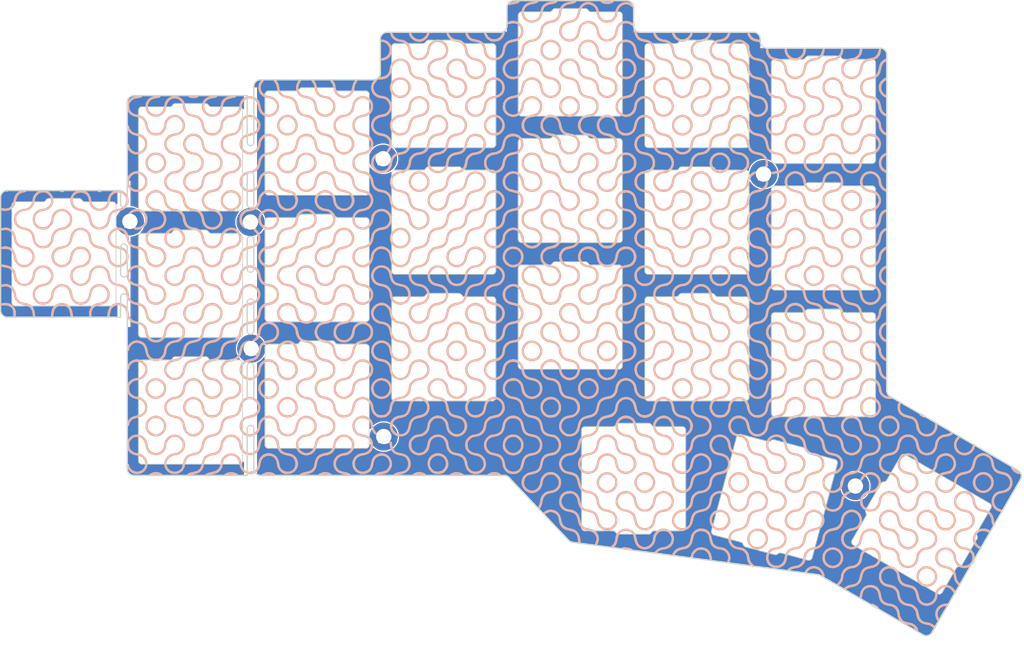
<source format=kicad_pcb>
(kicad_pcb (version 20221018) (generator pcbnew)
  (layers (0 "F.Cu" signal) (31 "B.Cu" signal) (34 "B.Paste" user) (35 "F.Paste" user) (36 "B.SilkS" user "B.Silkscreen") (37 "F.SilkS" user "F.Silkscreen") (38 "B.Mask" user) (39 "F.Mask" user) (44 "Edge.Cuts" user))
  (net 0 "")
  (footprint "kbd:SW_Hole_HiTek" (layer "F.Cu") (at 42.721463 76.099368)
    (fp_text reference "K18" hide)
    (fp_text value "KEYSW" hide)
    (fp_line (start -7.8114 7.308531) (end -7.8114 -7.311469) (stroke (width 0.12)) (layer "Edge.Cuts"))
    (fp_line (start -7.3114 -7.811469) (end -3.117425 -7.811469) (stroke (width 0.12)) (layer "Edge.Cuts"))
    (fp_line (start -2.2514 -8.311469) (end 2.2486 -8.311469) (stroke (width 0.12)) (layer "Edge.Cuts"))
    (fp_line (start 3.114625 -7.811469) (end 7.3086 -7.811469) (stroke (width 0.12)) (layer "Edge.Cuts"))
    (fp_line (start 7.3086 7.808531) (end -7.3114 7.808531) (stroke (width 0.12)) (layer "Edge.Cuts"))
    (fp_line (start 7.8086 -7.311469) (end 7.8086 7.308531) (stroke (width 0.12)) (layer "Edge.Cuts"))
    (fp_arc (start -7.8114 -7.311469) (mid -7.664953 -7.665022) (end -7.3114 -7.811469) (stroke (width 0.12)) (layer "Edge.Cuts"))
    (fp_arc (start -7.3114 7.808531) (mid -7.664953 7.662084) (end -7.8114 7.308531) (stroke (width 0.12)) (layer "Edge.Cuts"))
    (fp_arc (start -2.684413 -8.061469) (mid -2.5014 -8.244482) (end -2.2514 -8.311469) (stroke (width 0.12)) (layer "Edge.Cuts"))
    (fp_arc (start -2.684412 -8.061469) (mid -2.867425 -7.878456) (end -3.117425 -7.811469) (stroke (width 0.12)) (layer "Edge.Cuts"))
    (fp_arc (start 2.2486 -8.311469) (mid 2.498596 -8.244479) (end 2.681613 -8.061469) (stroke (width 0.12)) (layer "Edge.Cuts"))
    (fp_arc (start 3.114625 -7.81147) (mid 2.864627 -7.878459) (end 2.681613 -8.061469) (stroke (width 0.12)) (layer "Edge.Cuts"))
    (fp_arc (start 7.3086 -7.811469) (mid 7.662142 -7.665021) (end 7.8086 -7.311469) (stroke (width 0.12)) (layer "Edge.Cuts"))
    (fp_arc (start 7.8086 7.308531) (mid 7.662153 7.662084) (end 7.3086 7.808531) (stroke (width 0.12)) (layer "Edge.Cuts"))
  )
  (footprint "kbd:SW_Hole_HiTek" (layer "F.Cu") (at 118.721463 47.599367)
    (fp_text reference "K21" hide)
    (fp_text value "KEYSW" hide)
    (fp_line (start -7.8114 7.308531) (end -7.8114 -7.311469) (stroke (width 0.12)) (layer "Edge.Cuts"))
    (fp_line (start -7.3114 -7.811469) (end -3.117425 -7.811469) (stroke (width 0.12)) (layer "Edge.Cuts"))
    (fp_line (start -2.2514 -8.311469) (end 2.2486 -8.311469) (stroke (width 0.12)) (layer "Edge.Cuts"))
    (fp_line (start 3.114625 -7.811469) (end 7.3086 -7.811469) (stroke (width 0.12)) (layer "Edge.Cuts"))
    (fp_line (start 7.3086 7.808531) (end -7.3114 7.808531) (stroke (width 0.12)) (layer "Edge.Cuts"))
    (fp_line (start 7.8086 -7.311469) (end 7.8086 7.308531) (stroke (width 0.12)) (layer "Edge.Cuts"))
    (fp_arc (start -7.8114 -7.311469) (mid -7.664953 -7.665022) (end -7.3114 -7.811469) (stroke (width 0.12)) (layer "Edge.Cuts"))
    (fp_arc (start -7.3114 7.808531) (mid -7.664953 7.662084) (end -7.8114 7.308531) (stroke (width 0.12)) (layer "Edge.Cuts"))
    (fp_arc (start -2.684413 -8.061469) (mid -2.5014 -8.244482) (end -2.2514 -8.311469) (stroke (width 0.12)) (layer "Edge.Cuts"))
    (fp_arc (start -2.684412 -8.061469) (mid -2.867425 -7.878456) (end -3.117425 -7.811469) (stroke (width 0.12)) (layer "Edge.Cuts"))
    (fp_arc (start 2.2486 -8.311469) (mid 2.498596 -8.244479) (end 2.681613 -8.061469) (stroke (width 0.12)) (layer "Edge.Cuts"))
    (fp_arc (start 3.114625 -7.81147) (mid 2.864627 -7.878459) (end 2.681613 -8.061469) (stroke (width 0.12)) (layer "Edge.Cuts"))
    (fp_arc (start 7.3086 -7.811469) (mid 7.662142 -7.665021) (end 7.8086 -7.311469) (stroke (width 0.12)) (layer "Edge.Cuts"))
    (fp_arc (start 7.8086 7.308531) (mid 7.662153 7.662084) (end 7.3086 7.808531) (stroke (width 0.12)) (layer "Edge.Cuts"))
  )
  (footprint "kbd:SW_Hole_HiTek" (layer "F.Cu") (at 42.721463 57.099368)
    (fp_text reference "K14" hide)
    (fp_text value "KEYSW" hide)
    (fp_line (start -7.8114 7.308531) (end -7.8114 -7.311469) (stroke (width 0.12)) (layer "Edge.Cuts"))
    (fp_line (start -7.3114 -7.811469) (end -3.117425 -7.811469) (stroke (width 0.12)) (layer "Edge.Cuts"))
    (fp_line (start -2.2514 -8.311469) (end 2.2486 -8.311469) (stroke (width 0.12)) (layer "Edge.Cuts"))
    (fp_line (start 3.114625 -7.811469) (end 7.3086 -7.811469) (stroke (width 0.12)) (layer "Edge.Cuts"))
    (fp_line (start 7.3086 7.808531) (end -7.3114 7.808531) (stroke (width 0.12)) (layer "Edge.Cuts"))
    (fp_line (start 7.8086 -7.311469) (end 7.8086 7.308531) (stroke (width 0.12)) (layer "Edge.Cuts"))
    (fp_arc (start -7.8114 -7.311469) (mid -7.664953 -7.665022) (end -7.3114 -7.811469) (stroke (width 0.12)) (layer "Edge.Cuts"))
    (fp_arc (start -7.3114 7.808531) (mid -7.664953 7.662084) (end -7.8114 7.308531) (stroke (width 0.12)) (layer "Edge.Cuts"))
    (fp_arc (start -2.684413 -8.061469) (mid -2.5014 -8.244482) (end -2.2514 -8.311469) (stroke (width 0.12)) (layer "Edge.Cuts"))
    (fp_arc (start -2.684412 -8.061469) (mid -2.867425 -7.878456) (end -3.117425 -7.811469) (stroke (width 0.12)) (layer "Edge.Cuts"))
    (fp_arc (start 2.2486 -8.311469) (mid 2.498596 -8.244479) (end 2.681613 -8.061469) (stroke (width 0.12)) (layer "Edge.Cuts"))
    (fp_arc (start 3.114625 -7.81147) (mid 2.864627 -7.878459) (end 2.681613 -8.061469) (stroke (width 0.12)) (layer "Edge.Cuts"))
    (fp_arc (start 7.3086 -7.811469) (mid 7.662142 -7.665021) (end 7.8086 -7.311469) (stroke (width 0.12)) (layer "Edge.Cuts"))
    (fp_arc (start 7.8086 7.308531) (mid 7.662153 7.662084) (end 7.3086 7.808531) (stroke (width 0.12)) (layer "Edge.Cuts"))
  )
  (footprint "kbd:SW_Hole_HiTek" (layer "F.Cu") (at 61.721463 35.724368)
    (fp_text reference "K13" hide)
    (fp_text value "KEYSW" hide)
    (fp_line (start -7.8114 7.308531) (end -7.8114 -7.311469) (stroke (width 0.12)) (layer "Edge.Cuts"))
    (fp_line (start -7.3114 -7.811469) (end -3.117425 -7.811469) (stroke (width 0.12)) (layer "Edge.Cuts"))
    (fp_line (start -2.2514 -8.311469) (end 2.2486 -8.311469) (stroke (width 0.12)) (layer "Edge.Cuts"))
    (fp_line (start 3.114625 -7.811469) (end 7.3086 -7.811469) (stroke (width 0.12)) (layer "Edge.Cuts"))
    (fp_line (start 7.3086 7.808531) (end -7.3114 7.808531) (stroke (width 0.12)) (layer "Edge.Cuts"))
    (fp_line (start 7.8086 -7.311469) (end 7.8086 7.308531) (stroke (width 0.12)) (layer "Edge.Cuts"))
    (fp_arc (start -7.8114 -7.311469) (mid -7.664953 -7.665022) (end -7.3114 -7.811469) (stroke (width 0.12)) (layer "Edge.Cuts"))
    (fp_arc (start -7.3114 7.808531) (mid -7.664953 7.662084) (end -7.8114 7.308531) (stroke (width 0.12)) (layer "Edge.Cuts"))
    (fp_arc (start -2.684413 -8.061469) (mid -2.5014 -8.244482) (end -2.2514 -8.311469) (stroke (width 0.12)) (layer "Edge.Cuts"))
    (fp_arc (start -2.684412 -8.061469) (mid -2.867425 -7.878456) (end -3.117425 -7.811469) (stroke (width 0.12)) (layer "Edge.Cuts"))
    (fp_arc (start 2.2486 -8.311469) (mid 2.498596 -8.244479) (end 2.681613 -8.061469) (stroke (width 0.12)) (layer "Edge.Cuts"))
    (fp_arc (start 3.114625 -7.81147) (mid 2.864627 -7.878459) (end 2.681613 -8.061469) (stroke (width 0.12)) (layer "Edge.Cuts"))
    (fp_arc (start 7.3086 -7.811469) (mid 7.662142 -7.665021) (end 7.8086 -7.311469) (stroke (width 0.12)) (layer "Edge.Cuts"))
    (fp_arc (start 7.8086 7.308531) (mid 7.662153 7.662084) (end 7.3086 7.808531) (stroke (width 0.12)) (layer "Edge.Cuts"))
  )
  (footprint "kbd:SW_Hole_HiTek_REV" (layer "F.Cu") (at 152.426296 92.925796 60)
    (fp_text reference "K22" hide)
    (fp_text value "KEYSW" hide)
    (fp_line (start -7.8114 7.308531) (end -7.8114 -7.311469) (stroke (width 0.12)) (layer "Edge.Cuts"))
    (fp_line (start -7.3114 -7.811469) (end -3.117425 -7.811469) (stroke (width 0.12)) (layer "Edge.Cuts"))
    (fp_line (start -3.117425 7.808531) (end -7.3114 7.808531) (stroke (width 0.12)) (layer "Edge.Cuts"))
    (fp_line (start -2.2514 -8.311469) (end 2.2486 -8.311469) (stroke (width 0.12)) (layer "Edge.Cuts"))
    (fp_line (start 2.2486 8.308531) (end -2.2514 8.308531) (stroke (width 0.12)) (layer "Edge.Cuts"))
    (fp_line (start 3.114625 -7.811469) (end 7.3086 -7.811469) (stroke (width 0.12)) (layer "Edge.Cuts"))
    (fp_line (start 7.3086 7.808531) (end 3.114625 7.808531) (stroke (width 0.12)) (layer "Edge.Cuts"))
    (fp_line (start 7.8086 -7.311469) (end 7.8086 7.308531) (stroke (width 0.12)) (layer "Edge.Cuts"))
    (fp_arc (start -7.8114 -7.311469) (mid -7.664953 -7.665022) (end -7.3114 -7.811469) (stroke (width 0.12)) (layer "Edge.Cuts"))
    (fp_arc (start -7.3114 7.808531) (mid -7.664953 7.662084) (end -7.8114 7.308531) (stroke (width 0.12)) (layer "Edge.Cuts"))
    (fp_arc (start -3.117425 7.808532) (mid -2.86742 7.875509) (end -2.684413 8.058531) (stroke (width 0.12)) (layer "Edge.Cuts"))
    (fp_arc (start -2.684413 -8.061469) (mid -2.5014 -8.244482) (end -2.2514 -8.311469) (stroke (width 0.12)) (layer "Edge.Cuts"))
    (fp_arc (start -2.684412 -8.061469) (mid -2.867425 -7.878456) (end -3.117425 -7.811469) (stroke (width 0.12)) (layer "Edge.Cuts"))
    (fp_arc (start -2.2514 8.308531) (mid -2.5014 8.241544) (end -2.684413 8.058531) (stroke (width 0.12)) (layer "Edge.Cuts"))
    (fp_arc (start 2.2486 -8.311469) (mid 2.498609 -8.244487) (end 2.681613 -8.061469) (stroke (width 0.12)) (layer "Edge.Cuts"))
    (fp_arc (start 2.681612 8.058531) (mid 2.864625 7.875519) (end 3.114625 7.808531) (stroke (width 0.12)) (layer "Edge.Cuts"))
    (fp_arc (start 2.681613 8.058531) (mid 2.4986 8.241543) (end 2.2486 8.308531) (stroke (width 0.12)) (layer "Edge.Cuts"))
    (fp_arc (start 3.114625 -7.81147) (mid 2.864628 -7.878461) (end 2.681613 -8.061469) (stroke (width 0.12)) (layer "Edge.Cuts"))
    (fp_arc (start 7.3086 -7.811469) (mid 7.662178 -7.665027) (end 7.8086 -7.311469) (stroke (width 0.12)) (layer "Edge.Cuts"))
    (fp_arc (start 7.8086 7.308531) (mid 7.662153 7.662084) (end 7.3086 7.808531) (stroke (width 0.12)) (layer "Edge.Cuts"))
  )
  (footprint "kbd:M2_Hole_TH" (layer "F.Cu") (at 128.721463 40.374367)
    (fp_text reference "H8" (at 0 0.5) (layer "F.SilkS"))
    (fp_text value "MountingHole")
    (pad "" thru_hole circle (at 0 0) (size 4.2 4.2) (drill 2.3) (layers "*.Cu" "*.Mask"))
  )
  (footprint "kbd:SW_Hole_HiTek" (layer "F.Cu") (at 80.721463 66.599368)
    (fp_text reference "K9" hide)
    (fp_text value "KEYSW" hide)
    (fp_line (start -7.8114 7.308531) (end -7.8114 -7.311469) (stroke (width 0.12)) (layer "Edge.Cuts"))
    (fp_line (start -7.3114 -7.811469) (end -3.117425 -7.811469) (stroke (width 0.12)) (layer "Edge.Cuts"))
    (fp_line (start -2.2514 -8.311469) (end 2.2486 -8.311469) (stroke (width 0.12)) (layer "Edge.Cuts"))
    (fp_line (start 3.114625 -7.811469) (end 7.3086 -7.811469) (stroke (width 0.12)) (layer "Edge.Cuts"))
    (fp_line (start 7.3086 7.808531) (end -7.3114 7.808531) (stroke (width 0.12)) (layer "Edge.Cuts"))
    (fp_line (start 7.8086 -7.311469) (end 7.8086 7.308531) (stroke (width 0.12)) (layer "Edge.Cuts"))
    (fp_arc (start -7.8114 -7.311469) (mid -7.664953 -7.665022) (end -7.3114 -7.811469) (stroke (width 0.12)) (layer "Edge.Cuts"))
    (fp_arc (start -7.3114 7.808531) (mid -7.664953 7.662084) (end -7.8114 7.308531) (stroke (width 0.12)) (layer "Edge.Cuts"))
    (fp_arc (start -2.684413 -8.061469) (mid -2.5014 -8.244482) (end -2.2514 -8.311469) (stroke (width 0.12)) (layer "Edge.Cuts"))
    (fp_arc (start -2.684412 -8.061469) (mid -2.867425 -7.878456) (end -3.117425 -7.811469) (stroke (width 0.12)) (layer "Edge.Cuts"))
    (fp_arc (start 2.2486 -8.311469) (mid 2.498596 -8.244479) (end 2.681613 -8.061469) (stroke (width 0.12)) (layer "Edge.Cuts"))
    (fp_arc (start 3.114625 -7.81147) (mid 2.864627 -7.878459) (end 2.681613 -8.061469) (stroke (width 0.12)) (layer "Edge.Cuts"))
    (fp_arc (start 7.3086 -7.811469) (mid 7.662142 -7.665021) (end 7.8086 -7.311469) (stroke (width 0.12)) (layer "Edge.Cuts"))
    (fp_arc (start 7.8086 7.308531) (mid 7.662153 7.662084) (end 7.3086 7.808531) (stroke (width 0.12)) (layer "Edge.Cuts"))
  )
  (footprint "kbd:M2_Hole_TH" (layer "F.Cu") (at 71.621463 38.074367)
    (fp_text reference "H4" (at 0 0.5) (layer "F.SilkS"))
    (fp_text value "MountingHole")
    (pad "" thru_hole circle (at 0 0) (size 4.2 4.2) (drill 2.3) (layers "*.Cu" "*.Mask"))
  )
  (footprint "kbd:SW_Hole_HiTek_REV" (layer "F.Cu") (at 130.35654 88.881582 -15)
    (fp_text reference "K1" hide)
    (fp_text value "KEYSW" hide)
    (fp_line (start -7.8114 7.308531) (end -7.8114 -7.311469) (stroke (width 0.12)) (layer "Edge.Cuts"))
    (fp_line (start -7.3114 -7.811469) (end -3.117425 -7.811469) (stroke (width 0.12)) (layer "Edge.Cuts"))
    (fp_line (start -3.117425 7.808531) (end -7.3114 7.808531) (stroke (width 0.12)) (layer "Edge.Cuts"))
    (fp_line (start -2.2514 -8.311469) (end 2.2486 -8.311469) (stroke (width 0.12)) (layer "Edge.Cuts"))
    (fp_line (start 2.2486 8.308531) (end -2.2514 8.308531) (stroke (width 0.12)) (layer "Edge.Cuts"))
    (fp_line (start 3.114625 -7.811469) (end 7.3086 -7.811469) (stroke (width 0.12)) (layer "Edge.Cuts"))
    (fp_line (start 7.3086 7.808531) (end 3.114625 7.808531) (stroke (width 0.12)) (layer "Edge.Cuts"))
    (fp_line (start 7.8086 -7.311469) (end 7.8086 7.308531) (stroke (width 0.12)) (layer "Edge.Cuts"))
    (fp_arc (start -7.8114 -7.311469) (mid -7.664953 -7.665022) (end -7.3114 -7.811469) (stroke (width 0.12)) (layer "Edge.Cuts"))
    (fp_arc (start -7.3114 7.808531) (mid -7.664953 7.662084) (end -7.8114 7.308531) (stroke (width 0.12)) (layer "Edge.Cuts"))
    (fp_arc (start -3.117425 7.808532) (mid -2.86742 7.875509) (end -2.684413 8.058531) (stroke (width 0.12)) (layer "Edge.Cuts"))
    (fp_arc (start -2.684413 -8.061469) (mid -2.5014 -8.244482) (end -2.2514 -8.311469) (stroke (width 0.12)) (layer "Edge.Cuts"))
    (fp_arc (start -2.684412 -8.061469) (mid -2.867425 -7.878456) (end -3.117425 -7.811469) (stroke (width 0.12)) (layer "Edge.Cuts"))
    (fp_arc (start -2.2514 8.308531) (mid -2.5014 8.241544) (end -2.684413 8.058531) (stroke (width 0.12)) (layer "Edge.Cuts"))
    (fp_arc (start 2.2486 -8.311469) (mid 2.498609 -8.244487) (end 2.681613 -8.061469) (stroke (width 0.12)) (layer "Edge.Cuts"))
    (fp_arc (start 2.681612 8.058531) (mid 2.864625 7.87552) (end 3.114625 7.808531) (stroke (width 0.12)) (layer "Edge.Cuts"))
    (fp_arc (start 2.681613 8.058531) (mid 2.4986 8.241543) (end 2.2486 8.308531) (stroke (width 0.12)) (layer "Edge.Cuts"))
    (fp_arc (start 3.114625 -7.81147) (mid 2.864624 -7.878457) (end 2.681613 -8.061469) (stroke (width 0.12)) (layer "Edge.Cuts"))
    (fp_arc (start 7.3086 -7.811469) (mid 7.662178 -7.665026) (end 7.8086 -7.311469) (stroke (width 0.12)) (layer "Edge.Cuts"))
    (fp_arc (start 7.8086 7.308531) (mid 7.662153 7.662084) (end 7.3086 7.808531) (stroke (width 0.12)) (layer "Edge.Cuts"))
  )
  (footprint "kbd:SW_Hole_HiTek" (layer "F.Cu") (at 99.721463 23.849368)
    (fp_text reference "K11" hide)
    (fp_text value "KEYSW" hide)
    (fp_line (start -7.8114 7.308531) (end -7.8114 -7.311469) (stroke (width 0.12)) (layer "Edge.Cuts"))
    (fp_line (start -7.3114 -7.811469) (end -3.117425 -7.811469) (stroke (width 0.12)) (layer "Edge.Cuts"))
    (fp_line (start -2.2514 -8.311469) (end 2.2486 -8.311469) (stroke (width 0.12)) (layer "Edge.Cuts"))
    (fp_line (start 3.114625 -7.811469) (end 7.3086 -7.811469) (stroke (width 0.12)) (layer "Edge.Cuts"))
    (fp_line (start 7.3086 7.808531) (end -7.3114 7.808531) (stroke (width 0.12)) (layer "Edge.Cuts"))
    (fp_line (start 7.8086 -7.311469) (end 7.8086 7.308531) (stroke (width 0.12)) (layer "Edge.Cuts"))
    (fp_arc (start -7.8114 -7.311469) (mid -7.664953 -7.665022) (end -7.3114 -7.811469) (stroke (width 0.12)) (layer "Edge.Cuts"))
    (fp_arc (start -7.3114 7.808531) (mid -7.664953 7.662084) (end -7.8114 7.308531) (stroke (width 0.12)) (layer "Edge.Cuts"))
    (fp_arc (start -2.684413 -8.061469) (mid -2.5014 -8.244482) (end -2.2514 -8.311469) (stroke (width 0.12)) (layer "Edge.Cuts"))
    (fp_arc (start -2.684412 -8.061469) (mid -2.867425 -7.878456) (end -3.117425 -7.811469) (stroke (width 0.12)) (layer "Edge.Cuts"))
    (fp_arc (start 2.2486 -8.311469) (mid 2.498596 -8.244479) (end 2.681613 -8.061469) (stroke (width 0.12)) (layer "Edge.Cuts"))
    (fp_arc (start 3.114625 -7.81147) (mid 2.864627 -7.878459) (end 2.681613 -8.061469) (stroke (width 0.12)) (layer "Edge.Cuts"))
    (fp_arc (start 7.3086 -7.811469) (mid 7.662142 -7.665021) (end 7.8086 -7.311469) (stroke (width 0.12)) (layer "Edge.Cuts"))
    (fp_arc (start 7.8086 7.308531) (mid 7.662153 7.662084) (end 7.3086 7.808531) (stroke (width 0.12)) (layer "Edge.Cuts"))
  )
  (footprint "kbd:M2_Hole_TH" (layer "F.Cu") (at 51.821463 66.574367)
    (fp_text reference "H2" (at 0 0.5) (layer "F.SilkS"))
    (fp_text value "MountingHole")
    (pad "" thru_hole circle (at 0 0) (size 4.2 4.2) (drill 2.3) (layers "*.Cu" "*.Mask"))
  )
  (footprint "kbd:SW_Hole_HiTek" (layer "F.Cu") (at 42.721463 38.099368)
    (fp_text reference "K7" hide)
    (fp_text value "KEYSW" hide)
    (fp_line (start -7.8114 7.308531) (end -7.8114 -7.311469) (stroke (width 0.12)) (layer "Edge.Cuts"))
    (fp_line (start -7.3114 -7.811469) (end -3.117425 -7.811469) (stroke (width 0.12)) (layer "Edge.Cuts"))
    (fp_line (start -2.2514 -8.311469) (end 2.2486 -8.311469) (stroke (width 0.12)) (layer "Edge.Cuts"))
    (fp_line (start 3.114625 -7.811469) (end 7.3086 -7.811469) (stroke (width 0.12)) (layer "Edge.Cuts"))
    (fp_line (start 7.3086 7.808531) (end -7.3114 7.808531) (stroke (width 0.12)) (layer "Edge.Cuts"))
    (fp_line (start 7.8086 -7.311469) (end 7.8086 7.308531) (stroke (width 0.12)) (layer "Edge.Cuts"))
    (fp_arc (start -7.8114 -7.311469) (mid -7.664953 -7.665022) (end -7.3114 -7.811469) (stroke (width 0.12)) (layer "Edge.Cuts"))
    (fp_arc (start -7.3114 7.808531) (mid -7.664953 7.662084) (end -7.8114 7.308531) (stroke (width 0.12)) (layer "Edge.Cuts"))
    (fp_arc (start -2.684413 -8.061469) (mid -2.5014 -8.244482) (end -2.2514 -8.311469) (stroke (width 0.12)) (layer "Edge.Cuts"))
    (fp_arc (start -2.684412 -8.061469) (mid -2.867425 -7.878456) (end -3.117425 -7.811469) (stroke (width 0.12)) (layer "Edge.Cuts"))
    (fp_arc (start 2.2486 -8.311469) (mid 2.498596 -8.244479) (end 2.681613 -8.061469) (stroke (width 0.12)) (layer "Edge.Cuts"))
    (fp_arc (start 3.114625 -7.81147) (mid 2.864627 -7.878459) (end 2.681613 -8.061469) (stroke (width 0.12)) (layer "Edge.Cuts"))
    (fp_arc (start 7.3086 -7.811469) (mid 7.662142 -7.665021) (end 7.8086 -7.311469) (stroke (width 0.12)) (layer "Edge.Cuts"))
    (fp_arc (start 7.8086 7.308531) (mid 7.662153 7.662084) (end 7.3086 7.808531) (stroke (width 0.12)) (layer "Edge.Cuts"))
  )
  (footprint "kbd:SW_Hole_HiTek" (layer "F.Cu") (at 118.721463 66.599367)
    (fp_text reference "K12" hide)
    (fp_text value "KEYSW" hide)
    (fp_line (start -7.8114 7.308531) (end -7.8114 -7.311469) (stroke (width 0.12)) (layer "Edge.Cuts"))
    (fp_line (start -7.3114 -7.811469) (end -3.117425 -7.811469) (stroke (width 0.12)) (layer "Edge.Cuts"))
    (fp_line (start -2.2514 -8.311469) (end 2.2486 -8.311469) (stroke (width 0.12)) (layer "Edge.Cuts"))
    (fp_line (start 3.114625 -7.811469) (end 7.3086 -7.811469) (stroke (width 0.12)) (layer "Edge.Cuts"))
    (fp_line (start 7.3086 7.808531) (end -7.3114 7.808531) (stroke (width 0.12)) (layer "Edge.Cuts"))
    (fp_line (start 7.8086 -7.311469) (end 7.8086 7.308531) (stroke (width 0.12)) (layer "Edge.Cuts"))
    (fp_arc (start -7.8114 -7.311469) (mid -7.664953 -7.665022) (end -7.3114 -7.811469) (stroke (width 0.12)) (layer "Edge.Cuts"))
    (fp_arc (start -7.3114 7.808531) (mid -7.664953 7.662084) (end -7.8114 7.308531) (stroke (width 0.12)) (layer "Edge.Cuts"))
    (fp_arc (start -2.684413 -8.061469) (mid -2.5014 -8.244482) (end -2.2514 -8.311469) (stroke (width 0.12)) (layer "Edge.Cuts"))
    (fp_arc (start -2.684412 -8.061469) (mid -2.867425 -7.878456) (end -3.117425 -7.811469) (stroke (width 0.12)) (layer "Edge.Cuts"))
    (fp_arc (start 2.2486 -8.311469) (mid 2.498596 -8.244479) (end 2.681613 -8.061469) (stroke (width 0.12)) (layer "Edge.Cuts"))
    (fp_arc (start 3.114625 -7.81147) (mid 2.864627 -7.878459) (end 2.681613 -8.061469) (stroke (width 0.12)) (layer "Edge.Cuts"))
    (fp_arc (start 7.3086 -7.811469) (mid 7.662142 -7.665021) (end 7.8086 -7.311469) (stroke (width 0.12)) (layer "Edge.Cuts"))
    (fp_arc (start 7.8086 7.308531) (mid 7.662153 7.662084) (end 7.3086 7.808531) (stroke (width 0.12)) (layer "Edge.Cuts"))
  )
  (footprint "kbd:M2_Hole_TH" (layer "F.Cu") (at 33.621463 47.474367)
    (fp_text reference "H3" (at 0 0.5) (layer "F.SilkS"))
    (fp_text value "MountingHole")
    (pad "" thru_hole circle (at 0 0) (size 4.2 4.2) (drill 2.3) (layers "*.Cu" "*.Mask"))
  )
  (footprint "kbd:M2_Hole_TH" (layer "F.Cu") (at 51.721463 47.574367)
    (fp_text reference "H1" (at 0 0.5) (layer "F.SilkS"))
    (fp_text value "MountingHole")
    (pad "" thru_hole circle (at 0 0) (size 4.2 4.2) (drill 2.3) (layers "*.Cu" "*.Mask"))
  )
  (footprint "kbd:SW_Hole_HiTek" (layer "F.Cu") (at 118.721463 28.599367)
    (fp_text reference "K16" hide)
    (fp_text value "KEYSW" hide)
    (fp_line (start -7.8114 7.308531) (end -7.8114 -7.311469) (stroke (width 0.12)) (layer "Edge.Cuts"))
    (fp_line (start -7.3114 -7.811469) (end -3.117425 -7.811469) (stroke (width 0.12)) (layer "Edge.Cuts"))
    (fp_line (start -2.2514 -8.311469) (end 2.2486 -8.311469) (stroke (width 0.12)) (layer "Edge.Cuts"))
    (fp_line (start 3.114625 -7.811469) (end 7.3086 -7.811469) (stroke (width 0.12)) (layer "Edge.Cuts"))
    (fp_line (start 7.3086 7.808531) (end -7.3114 7.808531) (stroke (width 0.12)) (layer "Edge.Cuts"))
    (fp_line (start 7.8086 -7.311469) (end 7.8086 7.308531) (stroke (width 0.12)) (layer "Edge.Cuts"))
    (fp_arc (start -7.8114 -7.311469) (mid -7.664953 -7.665022) (end -7.3114 -7.811469) (stroke (width 0.12)) (layer "Edge.Cuts"))
    (fp_arc (start -7.3114 7.808531) (mid -7.664953 7.662084) (end -7.8114 7.308531) (stroke (width 0.12)) (layer "Edge.Cuts"))
    (fp_arc (start -2.684413 -8.061469) (mid -2.5014 -8.244482) (end -2.2514 -8.311469) (stroke (width 0.12)) (layer "Edge.Cuts"))
    (fp_arc (start -2.684412 -8.061469) (mid -2.867425 -7.878456) (end -3.117425 -7.811469) (stroke (width 0.12)) (layer "Edge.Cuts"))
    (fp_arc (start 2.2486 -8.311469) (mid 2.498596 -8.244479) (end 2.681613 -8.061469) (stroke (width 0.12)) (layer "Edge.Cuts"))
    (fp_arc (start 3.114625 -7.81147) (mid 2.864627 -7.878459) (end 2.681613 -8.061469) (stroke (width 0.12)) (layer "Edge.Cuts"))
    (fp_arc (start 7.3086 -7.811469) (mid 7.662142 -7.665021) (end 7.8086 -7.311469) (stroke (width 0.12)) (layer "Edge.Cuts"))
    (fp_arc (start 7.8086 7.308531) (mid 7.662153 7.662084) (end 7.3086 7.808531) (stroke (width 0.12)) (layer "Edge.Cuts"))
  )
  (footprint "kbd:SW_Hole_HiTek" (layer "F.Cu") (at 80.721463 47.599368)
    (fp_text reference "K6" hide)
    (fp_text value "KEYSW" hide)
    (fp_line (start -7.8114 7.308531) (end -7.8114 -7.311469) (stroke (width 0.12)) (layer "Edge.Cuts"))
    (fp_line (start -7.3114 -7.811469) (end -3.117425 -7.811469) (stroke (width 0.12)) (layer "Edge.Cuts"))
    (fp_line (start -2.2514 -8.311469) (end 2.2486 -8.311469) (stroke (width 0.12)) (layer "Edge.Cuts"))
    (fp_line (start 3.114625 -7.811469) (end 7.3086 -7.811469) (stroke (width 0.12)) (layer "Edge.Cuts"))
    (fp_line (start 7.3086 7.808531) (end -7.3114 7.808531) (stroke (width 0.12)) (layer "Edge.Cuts"))
    (fp_line (start 7.8086 -7.311469) (end 7.8086 7.308531) (stroke (width 0.12)) (layer "Edge.Cuts"))
    (fp_arc (start -7.8114 -7.311469) (mid -7.664953 -7.665022) (end -7.3114 -7.811469) (stroke (width 0.12)) (layer "Edge.Cuts"))
    (fp_arc (start -7.3114 7.808531) (mid -7.664953 7.662084) (end -7.8114 7.308531) (stroke (width 0.12)) (layer "Edge.Cuts"))
    (fp_arc (start -2.684413 -8.061469) (mid -2.5014 -8.244482) (end -2.2514 -8.311469) (stroke (width 0.12)) (layer "Edge.Cuts"))
    (fp_arc (start -2.684412 -8.061469) (mid -2.867425 -7.878456) (end -3.117425 -7.811469) (stroke (width 0.12)) (layer "Edge.Cuts"))
    (fp_arc (start 2.2486 -8.311469) (mid 2.498596 -8.244479) (end 2.681613 -8.061469) (stroke (width 0.12)) (layer "Edge.Cuts"))
    (fp_arc (start 3.114625 -7.81147) (mid 2.864627 -7.878459) (end 2.681613 -8.061469) (stroke (width 0.12)) (layer "Edge.Cuts"))
    (fp_arc (start 7.3086 -7.811469) (mid 7.662142 -7.665021) (end 7.8086 -7.311469) (stroke (width 0.12)) (layer "Edge.Cuts"))
    (fp_arc (start 7.8086 7.308531) (mid 7.662153 7.662084) (end 7.3086 7.808531) (stroke (width 0.12)) (layer "Edge.Cuts"))
  )
  (footprint "Silks:skean_truchet_back" (layer "F.Cu") (at 91.221464 61.599367)
    (fp_text reference "G***" hide)
    (fp_text value "LOGO" hide)
  )
  (footprint "kbd:SW_Hole_HiTek_REV" (layer "F.Cu") (at 109.221463 86.099097)
    (fp_text reference "K5" hide)
    (fp_text value "KEYSW" hide)
    (fp_line (start -7.8114 7.308531) (end -7.8114 -7.311469) (stroke (width 0.12)) (layer "Edge.Cuts"))
    (fp_line (start -7.3114 -7.811469) (end -3.117425 -7.811469) (stroke (width 0.12)) (layer "Edge.Cuts"))
    (fp_line (start -3.117425 7.808531) (end -7.3114 7.808531) (stroke (width 0.12)) (layer "Edge.Cuts"))
    (fp_line (start -2.2514 -8.311469) (end 2.2486 -8.311469) (stroke (width 0.12)) (layer "Edge.Cuts"))
    (fp_line (start 2.2486 8.308531) (end -2.2514 8.308531) (stroke (width 0.12)) (layer "Edge.Cuts"))
    (fp_line (start 3.114625 -7.811469) (end 7.3086 -7.811469) (stroke (width 0.12)) (layer "Edge.Cuts"))
    (fp_line (start 7.3086 7.808531) (end 3.114625 7.808531) (stroke (width 0.12)) (layer "Edge.Cuts"))
    (fp_line (start 7.8086 -7.311469) (end 7.8086 7.308531) (stroke (width 0.12)) (layer "Edge.Cuts"))
    (fp_arc (start -7.8114 -7.311469) (mid -7.664953 -7.665022) (end -7.3114 -7.811469) (stroke (width 0.12)) (layer "Edge.Cuts"))
    (fp_arc (start -7.3114 7.808531) (mid -7.664953 7.662084) (end -7.8114 7.308531) (stroke (width 0.12)) (layer "Edge.Cuts"))
    (fp_arc (start -3.117425 7.808532) (mid -2.86742 7.875509) (end -2.684413 8.058531) (stroke (width 0.12)) (layer "Edge.Cuts"))
    (fp_arc (start -2.684413 -8.061469) (mid -2.5014 -8.244482) (end -2.2514 -8.311469) (stroke (width 0.12)) (layer "Edge.Cuts"))
    (fp_arc (start -2.684412 -8.061469) (mid -2.867425 -7.878456) (end -3.117425 -7.811469) (stroke (width 0.12)) (layer "Edge.Cuts"))
    (fp_arc (start -2.2514 8.308531) (mid -2.5014 8.241544) (end -2.684413 8.058531) (stroke (width 0.12)) (layer "Edge.Cuts"))
    (fp_arc (start 2.2486 -8.311469) (mid 2.498609 -8.244487) (end 2.681613 -8.061469) (stroke (width 0.12)) (layer "Edge.Cuts"))
    (fp_arc (start 2.681612 8.058531) (mid 2.864626 7.875519) (end 3.114625 7.808531) (stroke (width 0.12)) (layer "Edge.Cuts"))
    (fp_arc (start 2.681613 8.058531) (mid 2.4986 8.241544) (end 2.2486 8.308531) (stroke (width 0.12)) (layer "Edge.Cuts"))
    (fp_arc (start 3.114625 -7.81147) (mid 2.864625 -7.878457) (end 2.681613 -8.061469) (stroke (width 0.12)) (layer "Edge.Cuts"))
    (fp_arc (start 7.3086 -7.811469) (mid 7.662178 -7.665027) (end 7.8086 -7.311469) (stroke (width 0.12)) (layer "Edge.Cuts"))
    (fp_arc (start 7.8086 7.308531) (mid 7.662153 7.662084) (end 7.3086 7.808531) (stroke (width 0.12)) (layer "Edge.Cuts"))
  )
  (footprint "kbd:SW_Hole_HiTek" (layer "F.Cu") (at 137.721463 49.974367)
    (fp_text reference "K3" hide)
    (fp_text value "KEYSW" hide)
    (fp_line (start -7.8114 7.308531) (end -7.8114 -7.311469) (stroke (width 0.12)) (layer "Edge.Cuts"))
    (fp_line (start -7.3114 -7.811469) (end -3.117425 -7.811469) (stroke (width 0.12)) (layer "Edge.Cuts"))
    (fp_line (start -2.2514 -8.311469) (end 2.2486 -8.311469) (stroke (width 0.12)) (layer "Edge.Cuts"))
    (fp_line (start 3.114625 -7.811469) (end 7.3086 -7.811469) (stroke (width 0.12)) (layer "Edge.Cuts"))
    (fp_line (start 7.3086 7.808531) (end -7.3114 7.808531) (stroke (width 0.12)) (layer "Edge.Cuts"))
    (fp_line (start 7.8086 -7.311469) (end 7.8086 7.308531) (stroke (width 0.12)) (layer "Edge.Cuts"))
    (fp_arc (start -7.8114 -7.311469) (mid -7.664953 -7.665022) (end -7.3114 -7.811469) (stroke (width 0.12)) (layer "Edge.Cuts"))
    (fp_arc (start -7.3114 7.808531) (mid -7.664953 7.662084) (end -7.8114 7.308531) (stroke (width 0.12)) (layer "Edge.Cuts"))
    (fp_arc (start -2.684413 -8.061469) (mid -2.5014 -8.244482) (end -2.2514 -8.311469) (stroke (width 0.12)) (layer "Edge.Cuts"))
    (fp_arc (start -2.684412 -8.061469) (mid -2.867425 -7.878456) (end -3.117425 -7.811469) (stroke (width 0.12)) (layer "Edge.Cuts"))
    (fp_arc (start 2.2486 -8.311469) (mid 2.498596 -8.244479) (end 2.681613 -8.061469) (stroke (width 0.12)) (layer "Edge.Cuts"))
    (fp_arc (start 3.114625 -7.81147) (mid 2.864627 -7.878459) (end 2.681613 -8.061469) (stroke (width 0.12)) (layer "Edge.Cuts"))
    (fp_arc (start 7.3086 -7.811469) (mid 7.662142 -7.665021) (end 7.8086 -7.311469) (stroke (width 0.12)) (layer "Edge.Cuts"))
    (fp_arc (start 7.8086 7.308531) (mid 7.662153 7.662084) (end 7.3086 7.808531) (stroke (width 0.12)) (layer "Edge.Cuts"))
  )
  (footprint "kbd:SW_Hole_HiTek" (layer "F.Cu") (at 23.721464 52.349367)
    (fp_text reference "K10" hide)
    (fp_text value "KEYSW" hide)
    (fp_line (start -7.8114 7.308531) (end -7.8114 -7.311469) (stroke (width 0.12)) (layer "Edge.Cuts"))
    (fp_line (start -7.3114 -7.811469) (end -3.117425 -7.811469) (stroke (width 0.12)) (layer "Edge.Cuts"))
    (fp_line (start -2.2514 -8.311469) (end 2.2486 -8.311469) (stroke (width 0.12)) (layer "Edge.Cuts"))
    (fp_line (start 3.114625 -7.811469) (end 7.3086 -7.811469) (stroke (width 0.12)) (layer "Edge.Cuts"))
    (fp_line (start 7.3086 7.808531) (end -7.3114 7.808531) (stroke (width 0.12)) (layer "Edge.Cuts"))
    (fp_line (start 7.8086 -7.311469) (end 7.8086 7.308531) (stroke (width 0.12)) (layer "Edge.Cuts"))
    (fp_arc (start -7.8114 -7.311469) (mid -7.664953 -7.665022) (end -7.3114 -7.811469) (stroke (width 0.12)) (layer "Edge.Cuts"))
    (fp_arc (start -7.3114 7.808531) (mid -7.664953 7.662084) (end -7.8114 7.308531) (stroke (width 0.12)) (layer "Edge.Cuts"))
    (fp_arc (start -2.684413 -8.061469) (mid -2.5014 -8.244482) (end -2.2514 -8.311469) (stroke (width 0.12)) (layer "Edge.Cuts"))
    (fp_arc (start -2.684412 -8.061469) (mid -2.867425 -7.878456) (end -3.117425 -7.811469) (stroke (width 0.12)) (layer "Edge.Cuts"))
    (fp_arc (start 2.2486 -8.311469) (mid 2.498596 -8.244479) (end 2.681613 -8.061469) (stroke (width 0.12)) (layer "Edge.Cuts"))
    (fp_arc (start 3.114625 -7.81147) (mid 2.864627 -7.878459) (end 2.681613 -8.061469) (stroke (width 0.12)) (layer "Edge.Cuts"))
    (fp_arc (start 7.3086 -7.811469) (mid 7.662142 -7.665021) (end 7.8086 -7.311469) (stroke (width 0.12)) (layer "Edge.Cuts"))
    (fp_arc (start 7.8086 7.308531) (mid 7.662153 7.662084) (end 7.3086 7.808531) (stroke (width 0.12)) (layer "Edge.Cuts"))
  )
  (footprint "kbd:SW_Hole_HiTek" (layer "F.Cu") (at 99.721463 42.849368)
    (fp_text reference "K19" hide)
    (fp_text value "KEYSW" hide)
    (fp_line (start -7.8114 7.308531) (end -7.8114 -7.311469) (stroke (width 0.12)) (layer "Edge.Cuts"))
    (fp_line (start -7.3114 -7.811469) (end -3.117425 -7.811469) (stroke (width 0.12)) (layer "Edge.Cuts"))
    (fp_line (start -2.2514 -8.311469) (end 2.2486 -8.311469) (stroke (width 0.12)) (layer "Edge.Cuts"))
    (fp_line (start 3.114625 -7.811469) (end 7.3086 -7.811469) (stroke (width 0.12)) (layer "Edge.Cuts"))
    (fp_line (start 7.3086 7.808531) (end -7.3114 7.808531) (stroke (width 0.12)) (layer "Edge.Cuts"))
    (fp_line (start 7.8086 -7.311469) (end 7.8086 7.308531) (stroke (width 0.12)) (layer "Edge.Cuts"))
    (fp_arc (start -7.8114 -7.311469) (mid -7.664953 -7.665022) (end -7.3114 -7.811469) (stroke (width 0.12)) (layer "Edge.Cuts"))
    (fp_arc (start -7.3114 7.808531) (mid -7.664953 7.662084) (end -7.8114 7.308531) (stroke (width 0.12)) (layer "Edge.Cuts"))
    (fp_arc (start -2.684413 -8.061469) (mid -2.5014 -8.244482) (end -2.2514 -8.311469) (stroke (width 0.12)) (layer "Edge.Cuts"))
    (fp_arc (start -2.684412 -8.061469) (mid -2.867425 -7.878456) (end -3.117425 -7.811469) (stroke (width 0.12)) (layer "Edge.Cuts"))
    (fp_arc (start 2.2486 -8.311469) (mid 2.498596 -8.244479) (end 2.681613 -8.061469) (stroke (width 0.12)) (layer "Edge.Cuts"))
    (fp_arc (start 3.114625 -7.81147) (mid 2.864627 -7.878459) (end 2.681613 -8.061469) (stroke (width 0.12)) (layer "Edge.Cuts"))
    (fp_arc (start 7.3086 -7.811469) (mid 7.662142 -7.665021) (end 7.8086 -7.311469) (stroke (width 0.12)) (layer "Edge.Cuts"))
    (fp_arc (start 7.8086 7.308531) (mid 7.662153 7.662084) (end 7.3086 7.808531) (stroke (width 0.12)) (layer "Edge.Cuts"))
  )
  (footprint "Silks:skean_truchet" (layer "F.Cu") (at 90.821464 61.599367)
    (fp_text reference "REF**" hide)
    (fp_text value "LOGO" hide)
  )
  (footprint "kbd:SW_Hole_HiTek" (layer "F.Cu") (at 61.721463 73.724368)
    (fp_text reference "K8" hide)
    (fp_text value "KEYSW" hide)
    (fp_line (start -7.8114 7.308531) (end -7.8114 -7.311469) (stroke (width 0.12)) (layer "Edge.Cuts"))
    (fp_line (start -7.3114 -7.811469) (end -3.117425 -7.811469) (stroke (width 0.12)) (layer "Edge.Cuts"))
    (fp_line (start -2.2514 -8.311469) (end 2.2486 -8.311469) (stroke (width 0.12)) (layer "Edge.Cuts"))
    (fp_line (start 3.114625 -7.811469) (end 7.3086 -7.811469) (stroke (width 0.12)) (layer "Edge.Cuts"))
    (fp_line (start 7.3086 7.808531) (end -7.3114 7.808531) (stroke (width 0.12)) (layer "Edge.Cuts"))
    (fp_line (start 7.8086 -7.311469) (end 7.8086 7.308531) (stroke (width 0.12)) (layer "Edge.Cuts"))
    (fp_arc (start -7.8114 -7.311469) (mid -7.664953 -7.665022) (end -7.3114 -7.811469) (stroke (width 0.12)) (layer "Edge.Cuts"))
    (fp_arc (start -7.3114 7.808531) (mid -7.664953 7.662084) (end -7.8114 7.308531) (stroke (width 0.12)) (layer "Edge.Cuts"))
    (fp_arc (start -2.684413 -8.061469) (mid -2.5014 -8.244482) (end -2.2514 -8.311469) (stroke (width 0.12)) (layer "Edge.Cuts"))
    (fp_arc (start -2.684412 -8.061469) (mid -2.867425 -7.878456) (end -3.117425 -7.811469) (stroke (width 0.12)) (layer "Edge.Cuts"))
    (fp_arc (start 2.2486 -8.311469) (mid 2.498596 -8.244479) (end 2.681613 -8.061469) (stroke (width 0.12)) (layer "Edge.Cuts"))
    (fp_arc (start 3.114625 -7.81147) (mid 2.864627 -7.878459) (end 2.681613 -8.061469) (stroke (width 0.12)) (layer "Edge.Cuts"))
    (fp_arc (start 7.3086 -7.811469) (mid 7.662142 -7.665021) (end 7.8086 -7.311469) (stroke (width 0.12)) (layer "Edge.Cuts"))
    (fp_arc (start 7.8086 7.308531) (mid 7.662153 7.662084) (end 7.3086 7.808531) (stroke (width 0.12)) (layer "Edge.Cuts"))
  )
  (footprint "kbd:M2_Hole_TH" (layer "F.Cu") (at 71.721463 79.774367)
    (fp_text reference "H5" (at 0 0.5) (layer "F.SilkS"))
    (fp_text value "MountingHole")
    (pad "" thru_hole circle (at 0 0) (size 4.2 4.2) (drill 2.3) (layers "*.Cu" "*.Mask"))
  )
  (footprint "kbd:SW_Hole_HiTek" (layer "F.Cu") (at 137.721463 30.974367)
    (fp_text reference "K4" hide)
    (fp_text value "KEYSW" hide)
    (fp_line (start -7.8114 7.308531) (end -7.8114 -7.311469) (stroke (width 0.12)) (layer "Edge.Cuts"))
    (fp_line (start -7.3114 -7.811469) (end -3.117425 -7.811469) (stroke (width 0.12)) (layer "Edge.Cuts"))
    (fp_line (start -2.2514 -8.311469) (end 2.2486 -8.311469) (stroke (width 0.12)) (layer "Edge.Cuts"))
    (fp_line (start 3.114625 -7.811469) (end 7.3086 -7.811469) (stroke (width 0.12)) (layer "Edge.Cuts"))
    (fp_line (start 7.3086 7.808531) (end -7.3114 7.808531) (stroke (width 0.12)) (layer "Edge.Cuts"))
    (fp_line (start 7.8086 -7.311469) (end 7.8086 7.308531) (stroke (width 0.12)) (layer "Edge.Cuts"))
    (fp_arc (start -7.8114 -7.311469) (mid -7.664953 -7.665022) (end -7.3114 -7.811469) (stroke (width 0.12)) (layer "Edge.Cuts"))
    (fp_arc (start -7.3114 7.808531) (mid -7.664953 7.662084) (end -7.8114 7.308531) (stroke (width 0.12)) (layer "Edge.Cuts"))
    (fp_arc (start -2.684413 -8.061469) (mid -2.5014 -8.244482) (end -2.2514 -8.311469) (stroke (width 0.12)) (layer "Edge.Cuts"))
    (fp_arc (start -2.684412 -8.061469) (mid -2.867425 -7.878456) (end -3.117425 -7.811469) (stroke (width 0.12)) (layer "Edge.Cuts"))
    (fp_arc (start 2.2486 -8.311469) (mid 2.498596 -8.244479) (end 2.681613 -8.061469) (stroke (width 0.12)) (layer "Edge.Cuts"))
    (fp_arc (start 3.114625 -7.81147) (mid 2.864627 -7.878459) (end 2.681613 -8.061469) (stroke (width 0.12)) (layer "Edge.Cuts"))
    (fp_arc (start 7.3086 -7.811469) (mid 7.662142 -7.665021) (end 7.8086 -7.311469) (stroke (width 0.12)) (layer "Edge.Cuts"))
    (fp_arc (start 7.8086 7.308531) (mid 7.662153 7.662084) (end 7.3086 7.808531) (stroke (width 0.12)) (layer "Edge.Cuts"))
  )
  (footprint "kbd:SW_Hole_HiTek" (layer "F.Cu") (at 137.721463 68.974367)
    (fp_text reference "K2" hide)
    (fp_text value "KEYSW" hide)
    (fp_line (start -7.8114 7.308531) (end -7.8114 -7.311469) (stroke (width 0.12)) (layer "Edge.Cuts"))
    (fp_line (start -7.3114 -7.811469) (end -3.117425 -7.811469) (stroke (width 0.12)) (layer "Edge.Cuts"))
    (fp_line (start -2.2514 -8.311469) (end 2.2486 -8.311469) (stroke (width 0.12)) (layer "Edge.Cuts"))
    (fp_line (start 3.114625 -7.811469) (end 7.3086 -7.811469) (stroke (width 0.12)) (layer "Edge.Cuts"))
    (fp_line (start 7.3086 7.808531) (end -7.3114 7.808531) (stroke (width 0.12)) (layer "Edge.Cuts"))
    (fp_line (start 7.8086 -7.311469) (end 7.8086 7.308531) (stroke (width 0.12)) (layer "Edge.Cuts"))
    (fp_arc (start -7.8114 -7.311469) (mid -7.664953 -7.665022) (end -7.3114 -7.811469) (stroke (width 0.12)) (layer "Edge.Cuts"))
    (fp_arc (start -7.3114 7.808531) (mid -7.664953 7.662084) (end -7.8114 7.308531) (stroke (width 0.12)) (layer "Edge.Cuts"))
    (fp_arc (start -2.684413 -8.061469) (mid -2.5014 -8.244482) (end -2.2514 -8.311469) (stroke (width 0.12)) (layer "Edge.Cuts"))
    (fp_arc (start -2.684412 -8.061469) (mid -2.867425 -7.878456) (end -3.117425 -7.811469) (stroke (width 0.12)) (layer "Edge.Cuts"))
    (fp_arc (start 2.2486 -8.311469) (mid 2.498596 -8.244479) (end 2.681613 -8.061469) (stroke (width 0.12)) (layer "Edge.Cuts"))
    (fp_arc (start 3.114625 -7.81147) (mid 2.864627 -7.878459) (end 2.681613 -8.061469) (stroke (width 0.12)) (layer "Edge.Cuts"))
    (fp_arc (start 7.3086 -7.811469) (mid 7.662142 -7.665021) (end 7.8086 -7.311469) (stroke (width 0.12)) (layer "Edge.Cuts"))
    (fp_arc (start 7.8086 7.308531) (mid 7.662153 7.662084) (end 7.3086 7.808531) (stroke (width 0.12)) (layer "Edge.Cuts"))
  )
  (footprint "kbd:SW_Hole_HiTek" (layer "F.Cu") (at 99.721463 61.849368)
    (fp_text reference "K15" hide)
    (fp_text value "KEYSW" hide)
    (fp_line (start -7.8114 7.308531) (end -7.8114 -7.311469) (stroke (width 0.12)) (layer "Edge.Cuts"))
    (fp_line (start -7.3114 -7.811469) (end -3.117425 -7.811469) (stroke (width 0.12)) (layer "Edge.Cuts"))
    (fp_line (start -2.2514 -8.311469) (end 2.2486 -8.311469) (stroke (width 0.12)) (layer "Edge.Cuts"))
    (fp_line (start 3.114625 -7.811469) (end 7.3086 -7.811469) (stroke (width 0.12)) (layer "Edge.Cuts"))
    (fp_line (start 7.3086 7.808531) (end -7.3114 7.808531) (stroke (width 0.12)) (layer "Edge.Cuts"))
    (fp_line (start 7.8086 -7.311469) (end 7.8086 7.308531) (stroke (width 0.12)) (layer "Edge.Cuts"))
    (fp_arc (start -7.8114 -7.311469) (mid -7.664953 -7.665022) (end -7.3114 -7.811469) (stroke (width 0.12)) (layer "Edge.Cuts"))
    (fp_arc (start -7.3114 7.808531) (mid -7.664953 7.662084) (end -7.8114 7.308531) (stroke (width 0.12)) (layer "Edge.Cuts"))
    (fp_arc (start -2.684413 -8.061469) (mid -2.5014 -8.244482) (end -2.2514 -8.311469) (stroke (width 0.12)) (layer "Edge.Cuts"))
    (fp_arc (start -2.684412 -8.061469) (mid -2.867425 -7.878456) (end -3.117425 -7.811469) (stroke (width 0.12)) (layer "Edge.Cuts"))
    (fp_arc (start 2.2486 -8.311469) (mid 2.498596 -8.244479) (end 2.681613 -8.061469) (stroke (width 0.12)) (layer "Edge.Cuts"))
    (fp_arc (start 3.114625 -7.81147) (mid 2.864627 -7.878459) (end 2.681613 -8.061469) (stroke (width 0.12)) (layer "Edge.Cuts"))
    (fp_arc (start 7.3086 -7.811469) (mid 7.662142 -7.665021) (end 7.8086 -7.311469) (stroke (width 0.12)) (layer "Edge.Cuts"))
    (fp_arc (start 7.8086 7.308531) (mid 7.662153 7.662084) (end 7.3086 7.808531) (stroke (width 0.12)) (layer "Edge.Cuts"))
  )
  (footprint "kbd:M2_Hole_TH" (layer "F.Cu") (at 142.507505 87.19918)
    (fp_text reference "H9" (at 0 0.5) (layer "F.SilkS"))
    (fp_text value "MountingHole")
    (pad "" thru_hole circle (at 0 0) (size 4.2 4.2) (drill 2.3) (layers "*.Cu" "*.Mask"))
  )
  (footprint "kbd:SW_Hole_HiTek" (layer "F.Cu") (at 61.721463 54.724368)
    (fp_text reference "K17" hide)
    (fp_text value "KEYSW" hide)
    (fp_line (start -7.8114 7.308531) (end -7.8114 -7.311469) (stroke (width 0.12)) (layer "Edge.Cuts"))
    (fp_line (start -7.3114 -7.811469) (end -3.117425 -7.811469) (stroke (width 0.12)) (layer "Edge.Cuts"))
    (fp_line (start -2.2514 -8.311469) (end 2.2486 -8.311469) (stroke (width 0.12)) (layer "Edge.Cuts"))
    (fp_line (start 3.114625 -7.811469) (end 7.3086 -7.811469) (stroke (width 0.12)) (layer "Edge.Cuts"))
    (fp_line (start 7.3086 7.808531) (end -7.3114 7.808531) (stroke (width 0.12)) (layer "Edge.Cuts"))
    (fp_line (start 7.8086 -7.311469) (end 7.8086 7.308531) (stroke (width 0.12)) (layer "Edge.Cuts"))
    (fp_arc (start -7.8114 -7.311469) (mid -7.664953 -7.665022) (end -7.3114 -7.811469) (stroke (width 0.12)) (layer "Edge.Cuts"))
    (fp_arc (start -7.3114 7.808531) (mid -7.664953 7.662084) (end -7.8114 7.308531) (stroke (width 0.12)) (layer "Edge.Cuts"))
    (fp_arc (start -2.684413 -8.061469) (mid -2.5014 -8.244482) (end -2.2514 -8.311469) (stroke (width 0.12)) (layer "Edge.Cuts"))
    (fp_arc (start -2.684412 -8.061469) (mid -2.867425 -7.878456) (end -3.117425 -7.811469) (stroke (width 0.12)) (layer "Edge.Cuts"))
    (fp_arc (start 2.2486 -8.311469) (mid 2.498596 -8.244479) (end 2.681613 -8.061469) (stroke (width 0.12)) (layer "Edge.Cuts"))
    (fp_arc (start 3.114625 -7.81147) (mid 2.864627 -7.878459) (end 2.681613 -8.061469) (stroke (width 0.12)) (layer "Edge.Cuts"))
    (fp_arc (start 7.3086 -7.811469) (mid 7.662142 -7.665021) (end 7.8086 -7.311469) (stroke (width 0.12)) (layer "Edge.Cuts"))
    (fp_arc (start 7.8086 7.308531) (mid 7.662153 7.662084) (end 7.3086 7.808531) (stroke (width 0.12)) (layer "Edge.Cuts"))
  )
  (footprint "kbd:SW_Hole_HiTek" (layer "F.Cu") (at 80.721463 28.599368)
    (fp_text reference "K20" hide)
    (fp_text value "KEYSW" hide)
    (fp_line (start -7.8114 7.308531) (end -7.8114 -7.311469) (stroke (width 0.12)) (layer "Edge.Cuts"))
    (fp_line (start -7.3114 -7.811469) (end -3.117425 -7.811469) (stroke (width 0.12)) (layer "Edge.Cuts"))
    (fp_line (start -2.2514 -8.311469) (end 2.2486 -8.311469) (stroke (width 0.12)) (layer "Edge.Cuts"))
    (fp_line (start 3.114625 -7.811469) (end 7.3086 -7.811469) (stroke (width 0.12)) (layer "Edge.Cuts"))
    (fp_line (start 7.3086 7.808531) (end -7.3114 7.808531) (stroke (width 0.12)) (layer "Edge.Cuts"))
    (fp_line (start 7.8086 -7.311469) (end 7.8086 7.308531) (stroke (width 0.12)) (layer "Edge.Cuts"))
    (fp_arc (start -7.8114 -7.311469) (mid -7.664953 -7.665022) (end -7.3114 -7.811469) (stroke (width 0.12)) (layer "Edge.Cuts"))
    (fp_arc (start -7.3114 7.808531) (mid -7.664953 7.662084) (end -7.8114 7.308531) (stroke (width 0.12)) (layer "Edge.Cuts"))
    (fp_arc (start -2.684413 -8.061469) (mid -2.5014 -8.244482) (end -2.2514 -8.311469) (stroke (width 0.12)) (layer "Edge.Cuts"))
    (fp_arc (start -2.684412 -8.061469) (mid -2.867425 -7.878456) (end -3.117425 -7.811469) (stroke (width 0.12)) (layer "Edge.Cuts"))
    (fp_arc (start 2.2486 -8.311469) (mid 2.498596 -8.244479) (end 2.681613 -8.061469) (stroke (width 0.12)) (layer "Edge.Cuts"))
    (fp_arc (start 3.114625 -7.81147) (mid 2.864627 -7.878459) (end 2.681613 -8.061469) (stroke (width 0.12)) (layer "Edge.Cuts"))
    (fp_arc (start 7.3086 -7.811469) (mid 7.662142 -7.665021) (end 7.8086 -7.311469) (stroke (width 0.12)) (layer "Edge.Cuts"))
    (fp_arc (start 7.8086 7.308531) (mid 7.662153 7.662084) (end 7.3086 7.808531) (stroke (width 0.12)) (layer "Edge.Cuts"))
  )
  (gr_arc (start 89.796623 85.599367) (mid 90.187009 85.679623) (end 90.514076 85.907372) (stroke (width 0.2)) (layer "Edge.Cuts"))
  (gr_line (start 52.221491 40.599328) (end 52.22149 44.924327) (stroke (width 0.2)) (layer "Edge.Cuts"))
  (gr_arc (start 51.22149 50.224327) (mid 51.72149 49.724327) (end 52.22149 50.224327) (stroke (width 0.2)) (layer "Edge.Cuts"))
  (gr_line (start 51.221491 54.599327) (end 51.22149 50.224327) (stroke (width 0.2)) (layer "Edge.Cuts"))
  (gr_arc (start 166.912511 84.834934) (mid 167.378437 85.442141) (end 167.278537 86.20096) (stroke (width 0.2)) (layer "Edge.Cuts"))
  (gr_arc (start 51.221463 59.599366) (mid 51.721463 59.099366) (end 52.221463 59.599366) (stroke (width 0.2)) (layer "Edge.Cuts"))
  (gr_arc (start 90.221463 18.099368) (mid 89.92857 18.806475) (end 89.221463 19.099368) (stroke (width 0.2)) (layer "Edge.Cuts"))
  (gr_line (start 15.221464 42.849368) (end 32.221465 42.849368) (stroke (width 0.2)) (layer "Edge.Cuts"))
  (gr_line (start 32.221464 51.349368) (end 32.221464 55.349368) (stroke (width 0.2)) (layer "Edge.Cuts"))
  (gr_line (start 52.221463 35.599367) (end 52.221463 27.224367) (stroke (width 0.2)) (layer "Edge.Cuts"))
  (gr_line (start 99.480311 95.345258) (end 90.514076 85.907372) (stroke (width 0.2)) (layer "Edge.Cuts"))
  (gr_arc (start 51.221463 40.599367) (mid 51.721463 40.099367) (end 52.221463 40.599367) (stroke (width 0.2)) (layer "Edge.Cuts"))
  (gr_line (start 147.721463 73.754978) (end 166.912511 84.834934) (stroke (width 0.2)) (layer "Edge.Cuts"))
  (gr_line (start 147.221463 22.474368) (end 147.221463 72.888952) (stroke (width 0.2)) (layer "Edge.Cuts"))
  (gr_arc (start 33.221463 55.349368) (mid 32.721463 55.849368) (end 32.221463 55.349368) (stroke (width 0.2)) (layer "Edge.Cuts"))
  (gr_line (start 51.221463 28.599368) (end 51.221463 35.599367) (stroke (width 0.2)) (layer "Edge.Cuts"))
  (gr_line (start 32.221464 42.849368) (end 32.221464 44.849368) (stroke (width 0.2)) (layer "Edge.Cuts"))
  (gr_arc (start 71.221463 25.224368) (mid 70.92857 25.931475) (end 70.221463 26.224368) (stroke (width 0.2)) (layer "Edge.Cuts"))
  (gr_arc (start 52.221463 73.599366) (mid 51.721463 74.099366) (end 51.221463 73.599366) (stroke (width 0.2)) (layer "Edge.Cuts"))
  (gr_line (start 52.221463 84.599366) (end 52.221463 78.599366) (stroke (width 0.2)) (layer "Edge.Cuts"))
  (gr_line (start 52.221491 54.599327) (end 52.22149 50.224327) (stroke (width 0.2)) (layer "Edge.Cuts"))
  (gr_arc (start 53.221463 85.599366) (mid 52.514356 85.306473) (end 52.221463 84.599366) (stroke (width 0.2)) (layer "Edge.Cuts"))
  (gr_line (start 71.221463 25.224368) (end 71.221463 20.099368) (stroke (width 0.2)) (layer "Edge.Cuts"))
  (gr_arc (start 146.221463 21.474368) (mid 146.92857 21.767261) (end 147.221463 22.474368) (stroke (width 0.2)) (layer "Edge.Cuts"))
  (gr_arc (start 108.221463 14.349368) (mid 108.92857 14.642261) (end 109.221463 15.349368) (stroke (width 0.2)) (layer "Edge.Cuts"))
  (gr_line (start 110.221463 19.099367) (end 127.221463 19.099367) (stroke (width 0.2)) (layer "Edge.Cuts"))
  (gr_line (start 51.22149 69.224327) (end 51.221491 73.599327) (stroke (width 0.2)) (layer "Edge.Cuts"))
  (gr_line (start 89.796623 85.599366) (end 53.221463 85.599366) (stroke (width 0.2)) (layer "Edge.Cuts"))
  (gr_line (start 152.662511 109.516658) (end 137.244527 100.615081) (stroke (width 0.2)) (layer "Edge.Cuts"))
  (gr_arc (start 110.221462 19.099368) (mid 109.514356 18.806474) (end 109.221463 18.099367) (stroke (width 0.2)) (layer "Edge.Cuts"))
  (gr_line (start 33.221463 84.609762) (end 33.221464 58.849368) (stroke (width 0.2)) (layer "Edge.Cuts"))
  (gr_arc (start 52.221463 54.599366) (mid 51.721463 55.099366) (end 51.221463 54.599366) (stroke (width 0.2)) (layer "Edge.Cuts"))
  (gr_arc (start 51.221463 78.599366) (mid 51.721463 78.099366) (end 52.221463 78.599366) (stroke (width 0.2)) (layer "Edge.Cuts"))
  (gr_arc (start 33.221464 44.849368) (mid 32.721464 45.349368) (end 32.221464 44.849368) (stroke (width 0.2)) (layer "Edge.Cuts"))
  (gr_line (start 51.221463 78.599366) (end 51.221463 85.599366) (stroke (width 0.2)) (layer "Edge.Cuts"))
  (gr_arc (start 34.211068 85.599367) (mid 33.511312 85.309518) (end 33.221463 84.609762) (stroke (width 0.2)) (layer "Edge.Cuts"))
  (gr_line (start 51.221463 85.599366) (end 34.211068 85.599366) (stroke (width 0.2)) (layer "Edge.Cuts"))
  (gr_arc (start 52.221463 27.224368) (mid 52.514356 26.517261) (end 53.221463 26.224368) (stroke (width 0.2)) (layer "Edge.Cuts"))
  (gr_line (start 53.221463 26.224368) (end 70.221463 26.224368) (stroke (width 0.2)) (layer "Edge.Cuts"))
  (gr_line (start 14.221465 60.849368) (end 14.221465 43.849369) (stroke (width 0.2)) (layer "Edge.Cuts"))
  (gr_arc (start 15.221464 61.849367) (mid 14.514358 61.556474) (end 14.221465 60.849368) (stroke (width 0.2)) (layer "Edge.Cuts"))
  (gr_arc (start 14.221465 43.849369) (mid 14.514358 43.142262) (end 15.221464 42.849368) (stroke (width 0.2)) (layer "Edge.Cuts"))
  (gr_line (start 32.221464 58.849368) (end 32.221464 61.849368) (stroke (width 0.2)) (layer "Edge.Cuts"))
  (gr_line (start 52.221491 73.599327) (end 52.22149 69.224327) (stroke (width 0.2)) (layer "Edge.Cuts"))
  (gr_arc (start 52.22149 44.924327) (mid 51.72149 45.424327) (end 51.22149 44.924327) (stroke (width 0.2)) (layer "Edge.Cuts"))
  (gr_arc (start 129.221463 21.474367) (mid 128.514356 21.181474) (end 128.221463 20.474367) (stroke (width 0.2)) (layer "Edge.Cuts"))
  (gr_arc (start 90.221463 15.349368) (mid 90.514356 14.642261) (end 91.221463 14.349368) (stroke (width 0.2)) (layer "Edge.Cuts"))
  (gr_arc (start 127.221463 19.099367) (mid 127.92857 19.39226) (end 128.221463 20.099367) (stroke (width 0.2)) (layer "Edge.Cuts"))
  (gr_arc (start 100.068595 95.644797) (mid 99.748739 95.545528) (end 99.480311 95.345258) (stroke (width 0.2)) (layer "Edge.Cuts"))
  (gr_line (start 136.878894 100.490965) (end 100.068595 95.644797) (stroke (width 0.2)) (layer "Edge.Cuts"))
  (gr_line (start 33.221464 44.849368) (end 33.221464 29.599368) (stroke (width 0.2)) (layer "Edge.Cuts"))
  (gr_line (start 33.221463 55.349368) (end 33.221463 51.349368) (stroke (width 0.2)) (layer "Edge.Cuts"))
  (gr_line (start 109.221463 15.349368) (end 109.221463 18.099367) (stroke (width 0.2)) (layer "Edge.Cuts"))
  (gr_line (start 128.221463 20.099367) (end 128.221463 20.474367) (stroke (width 0.2)) (layer "Edge.Cuts"))
  (gr_arc (start 33.221464 29.599368) (mid 33.514357 28.892261) (end 34.221464 28.599368) (stroke (width 0.2)) (layer "Edge.Cuts"))
  (gr_line (start 52.22149 63.924327) (end 52.221491 59.599327) (stroke (width 0.2)) (layer "Edge.Cuts"))
  (gr_line (start 129.221463 21.474367) (end 146.221463 21.474368) (stroke (width 0.2)) (layer "Edge.Cuts"))
  (gr_line (start 167.278537 86.20096) (end 154.028537 109.150633) (stroke (width 0.2)) (layer "Edge.Cuts"))
  (gr_arc (start 51.22149 69.224327) (mid 51.72149 68.724327) (end 52.22149 69.224327) (stroke (width 0.2)) (layer "Edge.Cuts"))
  (gr_arc (start 52.221463 35.599367) (mid 51.721463 36.099367) (end 51.221463 35.599367) (stroke (width 0.2)) (layer "Edge.Cuts"))
  (gr_arc (start 136.878894 100.490965) (mid 137.067823 100.535017) (end 137.244527 100.615081) (stroke (width 0.2)) (layer "Edge.Cuts"))
  (gr_arc (start 147.721463 73.754977) (mid 147.355438 73.388952) (end 147.221463 72.888952) (stroke (width 0.2)) (layer "Edge.Cuts"))
  (gr_line (start 51.221491 40.599328) (end 51.22149 44.924327) (stroke (width 0.2)) (layer "Edge.Cuts"))
  (gr_arc (start 32.221462 51.349368) (mid 32.721462 50.849368) (end 33.221462 51.349368) (stroke (width 0.2)) (layer "Edge.Cuts"))
  (gr_arc (start 52.22149 63.924327) (mid 51.72149 64.424327) (end 51.22149 63.924327) (stroke (width 0.2)) (layer "Edge.Cuts"))
  (gr_arc (start 32.221464 58.849368) (mid 32.721464 58.349368) (end 33.221464 58.849368) (stroke (width 0.2)) (layer "Edge.Cuts"))
  (gr_arc (start 71.221462 20.099368) (mid 71.514356 19.392261) (end 72.221463 19.099367) (stroke (width 0.2)) (layer "Edge.Cuts"))
  (gr_line (start 90.221463 18.099368) (end 90.221463 15.349368) (stroke (width 0.2)) (layer "Edge.Cuts"))
  (gr_line (start 32.221464 61.849368) (end 15.221464 61.849368) (stroke (width 0.2)) (layer "Edge.Cuts"))
  (gr_line (start 91.221463 14.349368) (end 108.221463 14.349368) (stroke (width 0.2)) (layer "Edge.Cuts"))
  (gr_line (start 72.221463 19.099367) (end 89.221463 19.099368) (stroke (width 0.2)) (layer "Edge.Cuts"))
  (gr_arc (start 154.028536 109.150633) (mid 153.42133 109.616559) (end 152.662511 109.516658) (stroke (width 0.2)) (layer "Edge.Cuts"))
  (gr_line (start 34.221464 28.599368) (end 51.221463 28.599368) (stroke (width 0.2)) (layer "Edge.Cuts"))
  (gr_line (start 51.22149 63.924327) (end 51.221491 59.599327) (stroke (width 0.2)) (layer "Edge.Cuts"))
  (zone (net 0) (net_name "") (layers "F&B.Cu") (priority 1) (connect_pads (clearance 0.2)) (min_thickness 0.25) (fill yes (thermal_gap 0.5) (thermal_bridge_width 0.5))
    (polygon (pts (xy 109.221463 19.104952) (xy 128.221463 19.104952) (xy 128.221463 21.504952) (xy 147.221463 21.504952) (xy 147.221463 23.804952) (xy 147.721464 73.349367) (xy 167.821463 85.204952) (xy 153.421463 109.904952) (xy 137.021463 100.504952) (xy 99.721463 95.504952) (xy 90.121463 85.504952) (xy 33.221463 85.604952) (xy 33.221463 61.804952) (xy 14.121463 61.804952) (xy 14.221463 42.904952) (xy 33.221463 42.804952) (xy 33.221463 28.504952) (xy 52.221463 28.504952) (xy 52.221463 26.204952) (xy 71.221463 26.204952) (xy 71.221463 19.004952) (xy 90.221463 19.004952) (xy 90.221463 14.304952) (xy 109.221463 14.304952)))
  )
  (zone (net 0) (net_name "") (layers "F&B.Cu") (connect_pads (clearance 0)) (min_thickness 0.254)
    (keepout (tracks not_allowed) (vias not_allowed) (pads not_allowed) (copperpour not_allowed) (footprints allowed))
    (fill (thermal_gap 0.508) (thermal_bridge_width 0.508))
    (polygon (pts (xy 52.721463 86.099367) (xy 50.721463 86.099367) (xy 50.721463 27.349367) (xy 52.721463 27.349367)))
  )
  (zone (net 0) (net_name "") (layers "F&B.Cu") (connect_pads (clearance 0)) (min_thickness 0.254)
    (keepout (tracks not_allowed) (vias not_allowed) (pads not_allowed) (copperpour not_allowed) (footprints allowed))
    (fill (thermal_gap 0.508) (thermal_bridge_width 0.508))
    (polygon (pts (xy 33.721463 63.349367) (xy 31.721463 63.349367) (xy 31.721463 41.849367) (xy 33.721463 41.349367)))
  )
)
</source>
